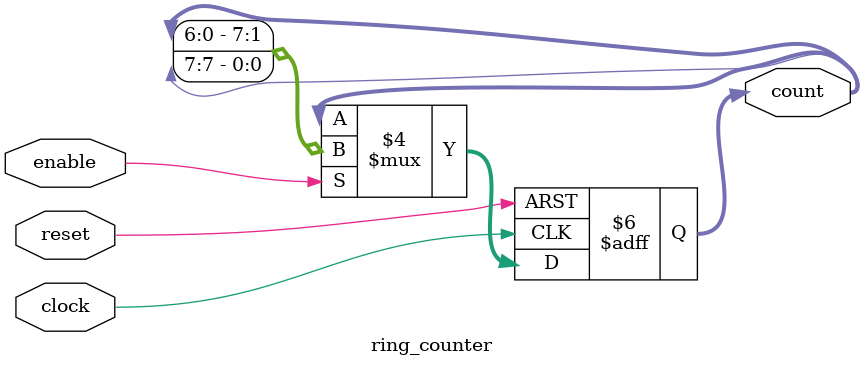
<source format=v>
module ring_counter (count, enable, clock, reset);
  output 		[7: 0] 	count;
  input 			enable, reset, clock;
  reg 		[7: 0] 	count;

  always @  (posedge reset or posedge clock)
    if (reset == 1'b1) 	count <= 8'b0000_0001; else 
      if (enable == 1'b1) 	count <= {count[6: 0], count[7]};	// Concatenation operator
endmodule


</source>
